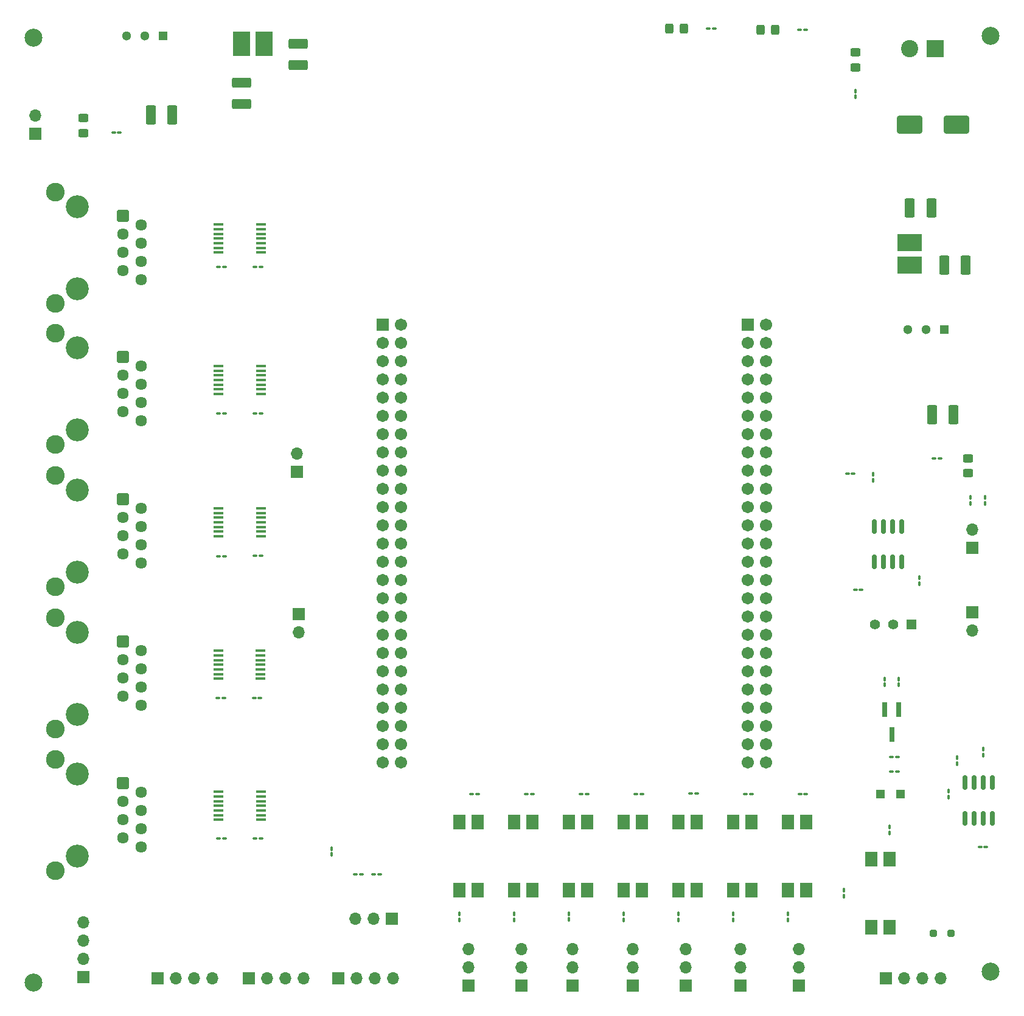
<source format=gbr>
%TF.GenerationSoftware,KiCad,Pcbnew,7.0.8*%
%TF.CreationDate,2023-12-10T21:55:32+01:00*%
%TF.ProjectId,stm_bob,73746d5f-626f-4622-9e6b-696361645f70,rev?*%
%TF.SameCoordinates,Original*%
%TF.FileFunction,Soldermask,Top*%
%TF.FilePolarity,Negative*%
%FSLAX46Y46*%
G04 Gerber Fmt 4.6, Leading zero omitted, Abs format (unit mm)*
G04 Created by KiCad (PCBNEW 7.0.8) date 2023-12-10 21:55:32*
%MOMM*%
%LPD*%
G01*
G04 APERTURE LIST*
G04 Aperture macros list*
%AMRoundRect*
0 Rectangle with rounded corners*
0 $1 Rounding radius*
0 $2 $3 $4 $5 $6 $7 $8 $9 X,Y pos of 4 corners*
0 Add a 4 corners polygon primitive as box body*
4,1,4,$2,$3,$4,$5,$6,$7,$8,$9,$2,$3,0*
0 Add four circle primitives for the rounded corners*
1,1,$1+$1,$2,$3*
1,1,$1+$1,$4,$5*
1,1,$1+$1,$6,$7*
1,1,$1+$1,$8,$9*
0 Add four rect primitives between the rounded corners*
20,1,$1+$1,$2,$3,$4,$5,0*
20,1,$1+$1,$4,$5,$6,$7,0*
20,1,$1+$1,$6,$7,$8,$9,0*
20,1,$1+$1,$8,$9,$2,$3,0*%
G04 Aperture macros list end*
%ADD10R,0.650000X2.000000*%
%ADD11RoundRect,0.150000X0.150000X-0.825000X0.150000X0.825000X-0.150000X0.825000X-0.150000X-0.825000X0*%
%ADD12RoundRect,0.250000X-0.250000X-0.250000X0.250000X-0.250000X0.250000X0.250000X-0.250000X0.250000X0*%
%ADD13R,1.700000X1.700000*%
%ADD14O,1.700000X1.700000*%
%ADD15R,1.780000X2.000000*%
%ADD16RoundRect,0.100000X-0.217500X-0.100000X0.217500X-0.100000X0.217500X0.100000X-0.217500X0.100000X0*%
%ADD17R,1.409700X0.355600*%
%ADD18C,3.200000*%
%ADD19RoundRect,0.102000X-0.704000X0.704000X-0.704000X-0.704000X0.704000X-0.704000X0.704000X0.704000X0*%
%ADD20C,1.612000*%
%ADD21C,2.604000*%
%ADD22RoundRect,0.250000X0.450000X-0.325000X0.450000X0.325000X-0.450000X0.325000X-0.450000X-0.325000X0*%
%ADD23RoundRect,0.100000X0.217500X0.100000X-0.217500X0.100000X-0.217500X-0.100000X0.217500X-0.100000X0*%
%ADD24RoundRect,0.100000X0.100000X-0.217500X0.100000X0.217500X-0.100000X0.217500X-0.100000X-0.217500X0*%
%ADD25R,2.438400X3.505200*%
%ADD26C,2.500000*%
%ADD27RoundRect,0.102000X-0.754000X-0.754000X0.754000X-0.754000X0.754000X0.754000X-0.754000X0.754000X0*%
%ADD28C,1.712000*%
%ADD29R,3.505200X2.438400*%
%ADD30RoundRect,0.250001X-0.462499X-1.074999X0.462499X-1.074999X0.462499X1.074999X-0.462499X1.074999X0*%
%ADD31RoundRect,0.250001X-1.074999X0.462499X-1.074999X-0.462499X1.074999X-0.462499X1.074999X0.462499X0*%
%ADD32R,2.400000X2.400000*%
%ADD33C,2.400000*%
%ADD34RoundRect,0.250000X-1.500000X-1.000000X1.500000X-1.000000X1.500000X1.000000X-1.500000X1.000000X0*%
%ADD35RoundRect,0.100000X-0.100000X0.217500X-0.100000X-0.217500X0.100000X-0.217500X0.100000X0.217500X0*%
%ADD36RoundRect,0.250000X-0.450000X0.325000X-0.450000X-0.325000X0.450000X-0.325000X0.450000X0.325000X0*%
%ADD37RoundRect,0.250000X-0.325000X-0.450000X0.325000X-0.450000X0.325000X0.450000X-0.325000X0.450000X0*%
%ADD38RoundRect,0.150000X-0.150000X0.825000X-0.150000X-0.825000X0.150000X-0.825000X0.150000X0.825000X0*%
%ADD39R,1.300000X1.300000*%
%ADD40C,1.300000*%
%ADD41RoundRect,0.102000X0.609000X0.609000X-0.609000X0.609000X-0.609000X-0.609000X0.609000X-0.609000X0*%
%ADD42C,1.422000*%
%ADD43R,1.200000X1.200000*%
G04 APERTURE END LIST*
D10*
%TO.C,Q1*%
X144519028Y-128475423D03*
X142619028Y-128475423D03*
X143569028Y-131895423D03*
%TD*%
D11*
%TO.C,U8*%
X153797000Y-143572000D03*
X155067000Y-143572000D03*
X156337000Y-143572000D03*
X157607000Y-143572000D03*
X157607000Y-138622000D03*
X156337000Y-138622000D03*
X155067000Y-138622000D03*
X153797000Y-138622000D03*
%TD*%
D12*
%TO.C,D1*%
X149352000Y-159639000D03*
X151852000Y-159639000D03*
%TD*%
D13*
%TO.C,J9_GPIO1*%
X61087000Y-115189000D03*
D14*
X61087000Y-117729000D03*
%TD*%
D15*
%TO.C,U1*%
X91059700Y-153609000D03*
X93599700Y-153609000D03*
X93599700Y-144079000D03*
X91059700Y-144079000D03*
%TD*%
D16*
%TO.C,R15*%
X137387500Y-95631000D03*
X138202500Y-95631000D03*
%TD*%
%TO.C,C11*%
X49884500Y-87249000D03*
X50699500Y-87249000D03*
%TD*%
D13*
%TO.C,J5*%
X66558000Y-165862000D03*
D14*
X69098000Y-165862000D03*
X71638000Y-165862000D03*
X74178000Y-165862000D03*
%TD*%
D17*
%TO.C,UAxisA1*%
X55784750Y-64795400D03*
X55784750Y-64145414D03*
X55784750Y-63495428D03*
X55784750Y-62845442D03*
X55784750Y-62195456D03*
X55784750Y-61545470D03*
X55784750Y-60895484D03*
X49879250Y-60895484D03*
X49879250Y-61545470D03*
X49879250Y-62195456D03*
X49879250Y-62845442D03*
X49879250Y-63495428D03*
X49879250Y-64145414D03*
X49879250Y-64795400D03*
%TD*%
D18*
%TO.C,JzAxis1*%
X30226000Y-137414000D03*
X30226000Y-148844000D03*
D19*
X36576000Y-138684000D03*
D20*
X39116000Y-139954000D03*
X36576000Y-141224000D03*
X39116000Y-142494000D03*
X36576000Y-143764000D03*
X39116000Y-145034000D03*
X36576000Y-146304000D03*
X39116000Y-147574000D03*
D21*
X27176000Y-135379000D03*
X27176000Y-150879000D03*
%TD*%
D22*
%TO.C,D4*%
X154178000Y-95513000D03*
X154178000Y-93463000D03*
%TD*%
D13*
%TO.C,J4*%
X154813000Y-114935000D03*
D14*
X154813000Y-117475000D03*
%TD*%
D23*
%TO.C,R29*%
X118847000Y-33655000D03*
X118032000Y-33655000D03*
%TD*%
D24*
%TO.C,R1*%
X91059700Y-157709000D03*
X91059700Y-156894000D03*
%TD*%
D18*
%TO.C,Jy1Axis1*%
X30226000Y-97917000D03*
X30226000Y-109347000D03*
D19*
X36576000Y-99187000D03*
D20*
X39116000Y-100457000D03*
X36576000Y-101727000D03*
X39116000Y-102997000D03*
X36576000Y-104267000D03*
X39116000Y-105537000D03*
X36576000Y-106807000D03*
X39116000Y-108077000D03*
D21*
X27176000Y-95882000D03*
X27176000Y-111382000D03*
%TD*%
D13*
%TO.C,J2*%
X31115000Y-165735000D03*
D14*
X31115000Y-163195000D03*
X31115000Y-160655000D03*
X31115000Y-158115000D03*
%TD*%
D16*
%TO.C,C13*%
X49884500Y-146431000D03*
X50699500Y-146431000D03*
%TD*%
D24*
%TO.C,R19*%
X144505117Y-125004223D03*
X144505117Y-124189223D03*
%TD*%
D25*
%TO.C,L1*%
X56235600Y-35712400D03*
X53086000Y-35712400D03*
%TD*%
D23*
%TO.C,R12*%
X124054700Y-140208000D03*
X123239700Y-140208000D03*
%TD*%
%TO.C,C8*%
X55652500Y-126822000D03*
X54837500Y-126822000D03*
%TD*%
D26*
%TO.C,H3*%
X157353000Y-164973000D03*
%TD*%
D15*
%TO.C,U2*%
X106299700Y-153609000D03*
X108839700Y-153609000D03*
X108839700Y-144079000D03*
X106299700Y-144079000D03*
%TD*%
D23*
%TO.C,R32*%
X69749500Y-151384000D03*
X68934500Y-151384000D03*
%TD*%
D27*
%TO.C,TB1*%
X72771000Y-74855000D03*
D28*
X75311000Y-74855000D03*
X72771000Y-77395000D03*
X75311000Y-77395000D03*
X72771000Y-79935000D03*
X75311000Y-79935000D03*
X72771000Y-82475000D03*
X75311000Y-82475000D03*
X72771000Y-85015000D03*
X75311000Y-85015000D03*
X72771000Y-87555000D03*
X75311000Y-87555000D03*
X72771000Y-90095000D03*
X75311000Y-90095000D03*
X72771000Y-92635000D03*
X75311000Y-92635000D03*
X72771000Y-95175000D03*
X75311000Y-95175000D03*
X72771000Y-97715000D03*
X75311000Y-97715000D03*
X72771000Y-100255000D03*
X75311000Y-100255000D03*
X72771000Y-102795000D03*
X75311000Y-102795000D03*
X72771000Y-105335000D03*
X75311000Y-105335000D03*
X72771000Y-107875000D03*
X75311000Y-107875000D03*
X72771000Y-110415000D03*
X75311000Y-110415000D03*
X72771000Y-112955000D03*
X75311000Y-112955000D03*
X72771000Y-115495000D03*
X75311000Y-115495000D03*
X72771000Y-118035000D03*
X75311000Y-118035000D03*
X72771000Y-120575000D03*
X75311000Y-120575000D03*
X72771000Y-123115000D03*
X75311000Y-123115000D03*
X72771000Y-125655000D03*
X75311000Y-125655000D03*
X72771000Y-128195000D03*
X75311000Y-128195000D03*
X72771000Y-130735000D03*
X75311000Y-130735000D03*
X72771000Y-133275000D03*
X75311000Y-133275000D03*
X72771000Y-135815000D03*
X75311000Y-135815000D03*
D27*
X123571000Y-74855000D03*
D28*
X126111000Y-74855000D03*
X123571000Y-77395000D03*
X126111000Y-77395000D03*
X123571000Y-79935000D03*
X126111000Y-79935000D03*
X123571000Y-82475000D03*
X126111000Y-82475000D03*
X123571000Y-85015000D03*
X126111000Y-85015000D03*
X123571000Y-87555000D03*
X126111000Y-87555000D03*
X123571000Y-90095000D03*
X126111000Y-90095000D03*
X123571000Y-92635000D03*
X126111000Y-92635000D03*
X123571000Y-95175000D03*
X126111000Y-95175000D03*
X123571000Y-97715000D03*
X126111000Y-97715000D03*
X123571000Y-100255000D03*
X126111000Y-100255000D03*
X123571000Y-102795000D03*
X126111000Y-102795000D03*
X123571000Y-105335000D03*
X126111000Y-105335000D03*
X123571000Y-107875000D03*
X126111000Y-107875000D03*
X123571000Y-110415000D03*
X126111000Y-110415000D03*
X123571000Y-112955000D03*
X126111000Y-112955000D03*
X123571000Y-115495000D03*
X126111000Y-115495000D03*
X123571000Y-118035000D03*
X126111000Y-118035000D03*
X123571000Y-120575000D03*
X126111000Y-120575000D03*
X123571000Y-123115000D03*
X126111000Y-123115000D03*
X123571000Y-125655000D03*
X126111000Y-125655000D03*
X123571000Y-128195000D03*
X126111000Y-128195000D03*
X123571000Y-130735000D03*
X126111000Y-130735000D03*
X123571000Y-133275000D03*
X126111000Y-133275000D03*
X123571000Y-135815000D03*
X126111000Y-135815000D03*
%TD*%
D29*
%TO.C,L2*%
X146063700Y-63381250D03*
X146063700Y-66530850D03*
%TD*%
D17*
%TO.C,Uy1Axis1*%
X55784750Y-104311958D03*
X55784750Y-103661972D03*
X55784750Y-103011986D03*
X55784750Y-102362000D03*
X55784750Y-101712014D03*
X55784750Y-101062028D03*
X55784750Y-100412042D03*
X49879250Y-100412042D03*
X49879250Y-101062028D03*
X49879250Y-101712014D03*
X49879250Y-102362000D03*
X49879250Y-103011986D03*
X49879250Y-103661972D03*
X49879250Y-104311958D03*
%TD*%
D30*
%TO.C,C2*%
X40459000Y-45629500D03*
X43434000Y-45629500D03*
%TD*%
D31*
%TO.C,C15*%
X53086000Y-41148000D03*
X53086000Y-44123000D03*
%TD*%
D23*
%TO.C,R30*%
X131547000Y-33782000D03*
X130732000Y-33782000D03*
%TD*%
D24*
%TO.C,R5*%
X98672548Y-157697425D03*
X98672548Y-156882425D03*
%TD*%
%TO.C,C3*%
X147447000Y-110897500D03*
X147447000Y-110082500D03*
%TD*%
D16*
%TO.C,R16*%
X138493017Y-111760000D03*
X139308017Y-111760000D03*
%TD*%
D13*
%TO.C,J11_SPI1*%
X74041000Y-157607000D03*
D14*
X71501000Y-157607000D03*
X68961000Y-157607000D03*
%TD*%
D32*
%TO.C,J1*%
X149578000Y-36422000D03*
D33*
X146078000Y-36422000D03*
%TD*%
D24*
%TO.C,R9*%
X113919700Y-157709000D03*
X113919700Y-156894000D03*
%TD*%
D23*
%TO.C,C4*%
X55779500Y-66802000D03*
X54964500Y-66802000D03*
%TD*%
D24*
%TO.C,R24*%
X151511000Y-140615500D03*
X151511000Y-139800500D03*
%TD*%
D34*
%TO.C,C20*%
X146064900Y-46990000D03*
X152564900Y-46990000D03*
%TD*%
D16*
%TO.C,C14*%
X143557965Y-137062628D03*
X144372965Y-137062628D03*
%TD*%
D13*
%TO.C,JlimA1*%
X130683000Y-166878000D03*
D14*
X130683000Y-164338000D03*
X130683000Y-161798000D03*
%TD*%
D13*
%TO.C,JlimX1*%
X92075000Y-166878000D03*
D14*
X92075000Y-164338000D03*
X92075000Y-161798000D03*
%TD*%
D24*
%TO.C,R7*%
X83439700Y-157709000D03*
X83439700Y-156894000D03*
%TD*%
D23*
%TO.C,R26*%
X36094500Y-48133000D03*
X35279500Y-48133000D03*
%TD*%
D15*
%TO.C,U4*%
X83439700Y-153609000D03*
X85979700Y-153609000D03*
X85979700Y-144079000D03*
X83439700Y-144079000D03*
%TD*%
D13*
%TO.C,JlimY2*%
X99187000Y-166878000D03*
D14*
X99187000Y-164338000D03*
X99187000Y-161798000D03*
%TD*%
D13*
%TO.C,JlimZ1*%
X84709000Y-166878000D03*
D14*
X84709000Y-164338000D03*
X84709000Y-161798000D03*
%TD*%
D26*
%TO.C,H2*%
X24130000Y-166498000D03*
%TD*%
D24*
%TO.C,R22*%
X136950750Y-154422000D03*
X136950750Y-153607000D03*
%TD*%
D18*
%TO.C,JxAxis1*%
X30226000Y-78105000D03*
X30226000Y-89535000D03*
D19*
X36576000Y-79375000D03*
D20*
X39116000Y-80645000D03*
X36576000Y-81915000D03*
X39116000Y-83185000D03*
X36576000Y-84455000D03*
X39116000Y-85725000D03*
X36576000Y-86995000D03*
X39116000Y-88265000D03*
D21*
X27176000Y-76070000D03*
X27176000Y-91570000D03*
%TD*%
D35*
%TO.C,C1*%
X140970000Y-95680000D03*
X140970000Y-96495000D03*
%TD*%
D15*
%TO.C,U6*%
X121539700Y-153609000D03*
X124079700Y-153609000D03*
X124079700Y-144079000D03*
X121539700Y-144079000D03*
%TD*%
D36*
%TO.C,D5*%
X138557000Y-36948000D03*
X138557000Y-38998000D03*
%TD*%
D37*
%TO.C,D7*%
X125306500Y-33782000D03*
X127356500Y-33782000D03*
%TD*%
D23*
%TO.C,R8*%
X85954700Y-140208000D03*
X85139700Y-140208000D03*
%TD*%
D24*
%TO.C,R11*%
X121539700Y-157709000D03*
X121539700Y-156894000D03*
%TD*%
D26*
%TO.C,H1*%
X24130000Y-34914000D03*
%TD*%
D30*
%TO.C,C19*%
X149171000Y-87401400D03*
X152146000Y-87401400D03*
%TD*%
D37*
%TO.C,D6*%
X112624000Y-33655000D03*
X114674000Y-33655000D03*
%TD*%
D30*
%TO.C,C17*%
X150889700Y-66530850D03*
X153864700Y-66530850D03*
%TD*%
D16*
%TO.C,R27*%
X149479000Y-93472000D03*
X150294000Y-93472000D03*
%TD*%
D23*
%TO.C,R2*%
X93574700Y-140208000D03*
X92759700Y-140208000D03*
%TD*%
D13*
%TO.C,J3*%
X41402000Y-165862000D03*
D14*
X43942000Y-165862000D03*
X46482000Y-165862000D03*
X49022000Y-165862000D03*
%TD*%
D24*
%TO.C,C21*%
X152654000Y-135992000D03*
X152654000Y-135177000D03*
%TD*%
D35*
%TO.C,R34*%
X156591000Y-98906500D03*
X156591000Y-99721500D03*
%TD*%
D23*
%TO.C,C6*%
X55808747Y-107062666D03*
X54993747Y-107062666D03*
%TD*%
D13*
%TO.C,JProbe1*%
X114935000Y-166878000D03*
D14*
X114935000Y-164338000D03*
X114935000Y-161798000D03*
%TD*%
D24*
%TO.C,R13*%
X129159700Y-157709000D03*
X129159700Y-156894000D03*
%TD*%
D23*
%TO.C,R25*%
X156669000Y-147574000D03*
X155854000Y-147574000D03*
%TD*%
D17*
%TO.C,UxAxis1*%
X55784750Y-84499958D03*
X55784750Y-83849972D03*
X55784750Y-83199986D03*
X55784750Y-82550000D03*
X55784750Y-81900014D03*
X55784750Y-81250028D03*
X55784750Y-80600042D03*
X49879250Y-80600042D03*
X49879250Y-81250028D03*
X49879250Y-81900014D03*
X49879250Y-82550000D03*
X49879250Y-83199986D03*
X49879250Y-83849972D03*
X49879250Y-84499958D03*
%TD*%
D35*
%TO.C,R21*%
X143300750Y-144792500D03*
X143300750Y-145607500D03*
%TD*%
D26*
%TO.C,H4*%
X157353000Y-34671000D03*
%TD*%
D16*
%TO.C,R31*%
X71474500Y-151384000D03*
X72289500Y-151384000D03*
%TD*%
D23*
%TO.C,C10*%
X55779500Y-87249000D03*
X54964500Y-87249000D03*
%TD*%
D15*
%TO.C,U3*%
X98679700Y-153609000D03*
X101219700Y-153609000D03*
X101219700Y-144079000D03*
X98679700Y-144079000D03*
%TD*%
D30*
%TO.C,C16*%
X146100200Y-58606050D03*
X149075200Y-58606050D03*
%TD*%
D16*
%TO.C,C9*%
X49809000Y-126822000D03*
X50624000Y-126822000D03*
%TD*%
D18*
%TO.C,Jy2Axis1*%
X30226000Y-117729000D03*
X30226000Y-129159000D03*
D19*
X36576000Y-118999000D03*
D20*
X39116000Y-120269000D03*
X36576000Y-121539000D03*
X39116000Y-122809000D03*
X36576000Y-124079000D03*
X39116000Y-125349000D03*
X36576000Y-126619000D03*
X39116000Y-127889000D03*
D21*
X27176000Y-115694000D03*
X27176000Y-131194000D03*
%TD*%
D36*
%TO.C,D3*%
X31115000Y-46092000D03*
X31115000Y-48142000D03*
%TD*%
D23*
%TO.C,C12*%
X55779500Y-146431000D03*
X54964500Y-146431000D03*
%TD*%
%TO.C,R14*%
X131623900Y-140208000D03*
X130808900Y-140208000D03*
%TD*%
D15*
%TO.C,U5*%
X113919700Y-153609000D03*
X116459700Y-153609000D03*
X116459700Y-144079000D03*
X113919700Y-144079000D03*
%TD*%
%TO.C,U10*%
X143300750Y-149249500D03*
X140760750Y-149249500D03*
X140760750Y-158779500D03*
X143300750Y-158779500D03*
%TD*%
D18*
%TO.C,JAxisA1*%
X30226000Y-58420000D03*
X30226000Y-69850000D03*
D19*
X36576000Y-59690000D03*
D20*
X39116000Y-60960000D03*
X36576000Y-62230000D03*
X39116000Y-63500000D03*
X36576000Y-64770000D03*
X39116000Y-66040000D03*
X36576000Y-67310000D03*
X39116000Y-68580000D03*
D21*
X27176000Y-56385000D03*
X27176000Y-71885000D03*
%TD*%
D13*
%TO.C,JI2C1*%
X154813000Y-105918000D03*
D14*
X154813000Y-103378000D03*
%TD*%
D13*
%TO.C,J6*%
X54102000Y-165862000D03*
D14*
X56642000Y-165862000D03*
X59182000Y-165862000D03*
X61722000Y-165862000D03*
%TD*%
D15*
%TO.C,U7*%
X129159700Y-153609000D03*
X131699700Y-153609000D03*
X131699700Y-144079000D03*
X129159700Y-144079000D03*
%TD*%
D38*
%TO.C,U9*%
X144996517Y-102953882D03*
X143726517Y-102953882D03*
X142456517Y-102953882D03*
X141186517Y-102953882D03*
X141186517Y-107903882D03*
X142456517Y-107903882D03*
X143726517Y-107903882D03*
X144996517Y-107903882D03*
%TD*%
D39*
%TO.C,U5V+1*%
X42164000Y-34616500D03*
D40*
X39624000Y-34616500D03*
X37084000Y-34616500D03*
%TD*%
D39*
%TO.C,U3V3+1*%
X150922398Y-75500537D03*
D40*
X148382398Y-75500537D03*
X145842398Y-75500537D03*
%TD*%
D17*
%TO.C,Uy2Axis1*%
X55752300Y-124149358D03*
X55752300Y-123499372D03*
X55752300Y-122849386D03*
X55752300Y-122199400D03*
X55752300Y-121549414D03*
X55752300Y-120899428D03*
X55752300Y-120249442D03*
X49846800Y-120249442D03*
X49846800Y-120899428D03*
X49846800Y-121549414D03*
X49846800Y-122199400D03*
X49846800Y-122849386D03*
X49846800Y-123499372D03*
X49846800Y-124149358D03*
%TD*%
D31*
%TO.C,C18*%
X60960000Y-35723500D03*
X60960000Y-38698500D03*
%TD*%
D13*
%TO.C,J10_GPIO1*%
X60833000Y-95382000D03*
D14*
X60833000Y-92842000D03*
%TD*%
D23*
%TO.C,R10*%
X116434700Y-140157200D03*
X115619700Y-140157200D03*
%TD*%
%TO.C,R18*%
X144372965Y-135058628D03*
X143557965Y-135058628D03*
%TD*%
D24*
%TO.C,R3*%
X106299700Y-157709000D03*
X106299700Y-156894000D03*
%TD*%
D35*
%TO.C,R17*%
X65659000Y-147801500D03*
X65659000Y-148616500D03*
%TD*%
%TO.C,R33*%
X154559000Y-98906500D03*
X154559000Y-99721500D03*
%TD*%
D13*
%TO.C,JPvMaffel1*%
X142748000Y-165862000D03*
D14*
X145288000Y-165862000D03*
X147828000Y-165862000D03*
X150368000Y-165862000D03*
%TD*%
D13*
%TO.C,J7*%
X24384000Y-48260000D03*
D14*
X24384000Y-45720000D03*
%TD*%
D16*
%TO.C,C5*%
X49884500Y-66802000D03*
X50699500Y-66802000D03*
%TD*%
D35*
%TO.C,R23*%
X156337000Y-133958500D03*
X156337000Y-134773500D03*
%TD*%
D23*
%TO.C,R6*%
X101194700Y-140208000D03*
X100379700Y-140208000D03*
%TD*%
D41*
%TO.C,RV1*%
X146302580Y-116575882D03*
D42*
X143762580Y-116575882D03*
X141222580Y-116575882D03*
%TD*%
D16*
%TO.C,C7*%
X49884500Y-107086400D03*
X50699500Y-107086400D03*
%TD*%
D24*
%TO.C,R28*%
X138557000Y-43131000D03*
X138557000Y-42316000D03*
%TD*%
D13*
%TO.C,JlimY1*%
X107569000Y-166878000D03*
D14*
X107569000Y-164338000D03*
X107569000Y-161798000D03*
%TD*%
D24*
%TO.C,R20*%
X142621000Y-125004223D03*
X142621000Y-124189223D03*
%TD*%
D13*
%TO.C,JGpio1*%
X122555000Y-166878000D03*
D14*
X122555000Y-164338000D03*
X122555000Y-161798000D03*
%TD*%
D17*
%TO.C,UzAxis1*%
X55784750Y-143789400D03*
X55784750Y-143139414D03*
X55784750Y-142489428D03*
X55784750Y-141839442D03*
X55784750Y-141189456D03*
X55784750Y-140539470D03*
X55784750Y-139889484D03*
X49879250Y-139889484D03*
X49879250Y-140539470D03*
X49879250Y-141189456D03*
X49879250Y-141839442D03*
X49879250Y-142489428D03*
X49879250Y-143139414D03*
X49879250Y-143789400D03*
%TD*%
D43*
%TO.C,D2*%
X144783000Y-140208000D03*
X141983000Y-140208000D03*
%TD*%
D23*
%TO.C,R4*%
X108788600Y-140208000D03*
X107973600Y-140208000D03*
%TD*%
M02*

</source>
